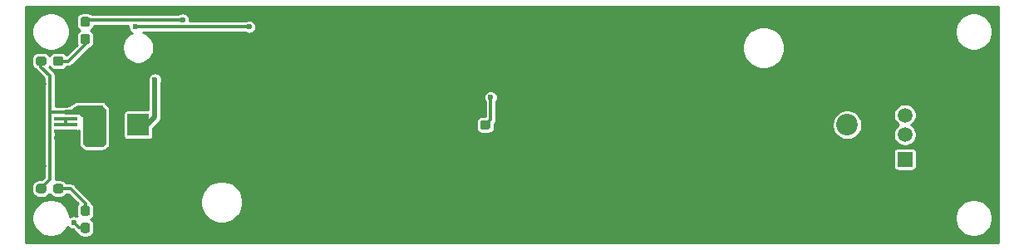
<source format=gbr>
%TF.GenerationSoftware,KiCad,Pcbnew,(5.1.6)-1*%
%TF.CreationDate,2020-08-13T11:00:50+03:00*%
%TF.ProjectId,Rechargeable 5V power bank REV 0.53,52656368-6172-4676-9561-626c65203556,rev?*%
%TF.SameCoordinates,Original*%
%TF.FileFunction,Copper,L1,Top*%
%TF.FilePolarity,Positive*%
%FSLAX46Y46*%
G04 Gerber Fmt 4.6, Leading zero omitted, Abs format (unit mm)*
G04 Created by KiCad (PCBNEW (5.1.6)-1) date 2020-08-13 11:00:50*
%MOMM*%
%LPD*%
G01*
G04 APERTURE LIST*
%TA.AperFunction,ComponentPad*%
%ADD10C,2.200000*%
%TD*%
%TA.AperFunction,ComponentPad*%
%ADD11R,2.200000X2.200000*%
%TD*%
%TA.AperFunction,ComponentPad*%
%ADD12C,3.200000*%
%TD*%
%TA.AperFunction,ComponentPad*%
%ADD13C,1.500000*%
%TD*%
%TA.AperFunction,ComponentPad*%
%ADD14R,1.500000X1.500000*%
%TD*%
%TA.AperFunction,SMDPad,CuDef*%
%ADD15R,1.900000X1.900000*%
%TD*%
%TA.AperFunction,ComponentPad*%
%ADD16O,2.000000X1.300000*%
%TD*%
%TA.AperFunction,ComponentPad*%
%ADD17O,1.400000X1.200000*%
%TD*%
%TA.AperFunction,SMDPad,CuDef*%
%ADD18R,2.350000X0.400000*%
%TD*%
%TA.AperFunction,ViaPad*%
%ADD19C,0.600000*%
%TD*%
%TA.AperFunction,Conductor*%
%ADD20C,0.500000*%
%TD*%
%TA.AperFunction,Conductor*%
%ADD21C,0.250000*%
%TD*%
%TA.AperFunction,Conductor*%
%ADD22C,0.300000*%
%TD*%
%TA.AperFunction,Conductor*%
%ADD23C,0.254000*%
%TD*%
G04 APERTURE END LIST*
D10*
%TO.P,BAT1,-*%
%TO.N,/-VBAT*%
X154110000Y-72500000D03*
D11*
%TO.P,BAT1,+*%
%TO.N,/+VBAT*%
X81890000Y-72500000D03*
%TD*%
%TO.P,R2,2*%
%TO.N,/BLED*%
%TA.AperFunction,SMDPad,CuDef*%
G36*
G01*
X76262500Y-63225000D02*
X76737500Y-63225000D01*
G75*
G02*
X76975000Y-63462500I0J-237500D01*
G01*
X76975000Y-64037500D01*
G75*
G02*
X76737500Y-64275000I-237500J0D01*
G01*
X76262500Y-64275000D01*
G75*
G02*
X76025000Y-64037500I0J237500D01*
G01*
X76025000Y-63462500D01*
G75*
G02*
X76262500Y-63225000I237500J0D01*
G01*
G37*
%TD.AperFunction*%
%TO.P,R2,1*%
%TO.N,/~PG*%
%TA.AperFunction,SMDPad,CuDef*%
G36*
G01*
X76262500Y-61475000D02*
X76737500Y-61475000D01*
G75*
G02*
X76975000Y-61712500I0J-237500D01*
G01*
X76975000Y-62287500D01*
G75*
G02*
X76737500Y-62525000I-237500J0D01*
G01*
X76262500Y-62525000D01*
G75*
G02*
X76025000Y-62287500I0J237500D01*
G01*
X76025000Y-61712500D01*
G75*
G02*
X76262500Y-61475000I237500J0D01*
G01*
G37*
%TD.AperFunction*%
%TD*%
%TO.P,R1,2*%
%TO.N,/GLED*%
%TA.AperFunction,SMDPad,CuDef*%
G36*
G01*
X76737500Y-81775000D02*
X76262500Y-81775000D01*
G75*
G02*
X76025000Y-81537500I0J237500D01*
G01*
X76025000Y-80962500D01*
G75*
G02*
X76262500Y-80725000I237500J0D01*
G01*
X76737500Y-80725000D01*
G75*
G02*
X76975000Y-80962500I0J-237500D01*
G01*
X76975000Y-81537500D01*
G75*
G02*
X76737500Y-81775000I-237500J0D01*
G01*
G37*
%TD.AperFunction*%
%TO.P,R1,1*%
%TO.N,/~CHG*%
%TA.AperFunction,SMDPad,CuDef*%
G36*
G01*
X76737500Y-83525000D02*
X76262500Y-83525000D01*
G75*
G02*
X76025000Y-83287500I0J237500D01*
G01*
X76025000Y-82712500D01*
G75*
G02*
X76262500Y-82475000I237500J0D01*
G01*
X76737500Y-82475000D01*
G75*
G02*
X76975000Y-82712500I0J-237500D01*
G01*
X76975000Y-83287500D01*
G75*
G02*
X76737500Y-83525000I-237500J0D01*
G01*
G37*
%TD.AperFunction*%
%TD*%
%TO.P,NTC1,2*%
%TO.N,GND*%
%TA.AperFunction,SMDPad,CuDef*%
G36*
G01*
X118475000Y-72737500D02*
X118475000Y-72262500D01*
G75*
G02*
X118712500Y-72025000I237500J0D01*
G01*
X119287500Y-72025000D01*
G75*
G02*
X119525000Y-72262500I0J-237500D01*
G01*
X119525000Y-72737500D01*
G75*
G02*
X119287500Y-72975000I-237500J0D01*
G01*
X118712500Y-72975000D01*
G75*
G02*
X118475000Y-72737500I0J237500D01*
G01*
G37*
%TD.AperFunction*%
%TO.P,NTC1,1*%
%TO.N,/NTC*%
%TA.AperFunction,SMDPad,CuDef*%
G36*
G01*
X116725000Y-72737500D02*
X116725000Y-72262500D01*
G75*
G02*
X116962500Y-72025000I237500J0D01*
G01*
X117537500Y-72025000D01*
G75*
G02*
X117775000Y-72262500I0J-237500D01*
G01*
X117775000Y-72737500D01*
G75*
G02*
X117537500Y-72975000I-237500J0D01*
G01*
X116962500Y-72975000D01*
G75*
G02*
X116725000Y-72737500I0J237500D01*
G01*
G37*
%TD.AperFunction*%
%TD*%
D12*
%TO.P,J2,6*%
%TO.N,GND*%
X162710000Y-65930000D03*
%TO.P,J2,5*%
X162710000Y-79070000D03*
D13*
%TO.P,J2,4*%
X160000000Y-69000000D03*
%TO.P,J2,3*%
%TO.N,Net-(J2-Pad3)*%
X160000000Y-71500000D03*
%TO.P,J2,2*%
%TO.N,Net-(J2-Pad2)*%
X160000000Y-73500000D03*
D14*
%TO.P,J2,1*%
%TO.N,VOUT*%
X160000000Y-76000000D03*
%TD*%
D15*
%TO.P,J1,9*%
%TO.N,GND*%
X71500000Y-71300000D03*
%TO.P,J1,10*%
X71500000Y-73700000D03*
D16*
%TO.P,J1,8*%
X71500000Y-68300000D03*
%TO.P,J1,11*%
X71500000Y-76700000D03*
D17*
%TO.P,J1,7*%
X74500000Y-74850000D03*
%TO.P,J1,6*%
X74500000Y-70150000D03*
D18*
%TO.P,J1,1*%
%TO.N,VBUS*%
X74500000Y-71200000D03*
%TO.P,J1,2*%
%TO.N,Net-(J1-Pad2)*%
X74500000Y-71850000D03*
%TO.P,J1,3*%
X74500000Y-72500000D03*
%TO.P,J1,4*%
%TO.N,GND*%
X74500000Y-73150000D03*
%TO.P,J1,5*%
X74500000Y-73800000D03*
%TD*%
%TO.P,DS2,K*%
%TO.N,/GLED*%
%TA.AperFunction,SMDPad,CuDef*%
G36*
G01*
X74275000Y-78762500D02*
X74275000Y-79237500D01*
G75*
G02*
X74037500Y-79475000I-237500J0D01*
G01*
X73462500Y-79475000D01*
G75*
G02*
X73225000Y-79237500I0J237500D01*
G01*
X73225000Y-78762500D01*
G75*
G02*
X73462500Y-78525000I237500J0D01*
G01*
X74037500Y-78525000D01*
G75*
G02*
X74275000Y-78762500I0J-237500D01*
G01*
G37*
%TD.AperFunction*%
%TO.P,DS2,A*%
%TO.N,VBUS*%
%TA.AperFunction,SMDPad,CuDef*%
G36*
G01*
X72525000Y-78762500D02*
X72525000Y-79237500D01*
G75*
G02*
X72287500Y-79475000I-237500J0D01*
G01*
X71712500Y-79475000D01*
G75*
G02*
X71475000Y-79237500I0J237500D01*
G01*
X71475000Y-78762500D01*
G75*
G02*
X71712500Y-78525000I237500J0D01*
G01*
X72287500Y-78525000D01*
G75*
G02*
X72525000Y-78762500I0J-237500D01*
G01*
G37*
%TD.AperFunction*%
%TD*%
%TO.P,DS1,K*%
%TO.N,/BLED*%
%TA.AperFunction,SMDPad,CuDef*%
G36*
G01*
X74275000Y-65762500D02*
X74275000Y-66237500D01*
G75*
G02*
X74037500Y-66475000I-237500J0D01*
G01*
X73462500Y-66475000D01*
G75*
G02*
X73225000Y-66237500I0J237500D01*
G01*
X73225000Y-65762500D01*
G75*
G02*
X73462500Y-65525000I237500J0D01*
G01*
X74037500Y-65525000D01*
G75*
G02*
X74275000Y-65762500I0J-237500D01*
G01*
G37*
%TD.AperFunction*%
%TO.P,DS1,A*%
%TO.N,VBUS*%
%TA.AperFunction,SMDPad,CuDef*%
G36*
G01*
X72525000Y-65762500D02*
X72525000Y-66237500D01*
G75*
G02*
X72287500Y-66475000I-237500J0D01*
G01*
X71712500Y-66475000D01*
G75*
G02*
X71475000Y-66237500I0J237500D01*
G01*
X71475000Y-65762500D01*
G75*
G02*
X71712500Y-65525000I237500J0D01*
G01*
X72287500Y-65525000D01*
G75*
G02*
X72525000Y-65762500I0J-237500D01*
G01*
G37*
%TD.AperFunction*%
%TD*%
D19*
%TO.N,/+VBAT*%
X83600000Y-67900000D03*
%TO.N,GND*%
X144000000Y-75250000D03*
X143250000Y-75250000D03*
X142500000Y-75250000D03*
X141750000Y-74500000D03*
X142500000Y-74500000D03*
X141750000Y-75250000D03*
X142500000Y-76000000D03*
X143250000Y-76000000D03*
X144000000Y-76000000D03*
X137750000Y-72500000D03*
X95800000Y-70800000D03*
X95000000Y-70800000D03*
X94200000Y-70800000D03*
X94200000Y-71600000D03*
X95000000Y-71600000D03*
X95800000Y-71600000D03*
X95800000Y-72400000D03*
X95000000Y-72400000D03*
X94200000Y-72400000D03*
X93400000Y-71600000D03*
X93400000Y-72400000D03*
X95800000Y-70000000D03*
X95000000Y-70000000D03*
X94200000Y-70000000D03*
X94200000Y-67200000D03*
X95000000Y-67200000D03*
X95800000Y-67200000D03*
X96000000Y-66400000D03*
X95200000Y-66400000D03*
X94400000Y-66400000D03*
X93600000Y-66400000D03*
X96800000Y-66400000D03*
X97600000Y-66400000D03*
X97600000Y-65600000D03*
X96800000Y-65600000D03*
X96000000Y-65600000D03*
X95200000Y-65600000D03*
X94400000Y-65600000D03*
X93600000Y-65600000D03*
X93600000Y-64800000D03*
X94400000Y-64800000D03*
X95200000Y-64800000D03*
X96000000Y-64800000D03*
X96800000Y-64800000D03*
X130400000Y-70400000D03*
X131300000Y-70400000D03*
X132200000Y-70400000D03*
X130400000Y-71200000D03*
X131300000Y-71200000D03*
X132200000Y-71200000D03*
X132200000Y-72000000D03*
X131300000Y-72000000D03*
X130400000Y-72000000D03*
X129400000Y-72000000D03*
X132200000Y-72800000D03*
X131300000Y-72800000D03*
X130400000Y-72800000D03*
X129400000Y-72800000D03*
X129400000Y-73600000D03*
X130400000Y-73600000D03*
X131300000Y-73600000D03*
X132200000Y-73600000D03*
X132400000Y-65400000D03*
X131600000Y-65400000D03*
X130800000Y-65400000D03*
X130800000Y-64600000D03*
X131600000Y-64600000D03*
X132400000Y-64600000D03*
X132400000Y-63800000D03*
X133200000Y-64600000D03*
X130000000Y-64600000D03*
X130800000Y-63800000D03*
X131600000Y-63800000D03*
X130000000Y-63800000D03*
X133200000Y-63800000D03*
X129200000Y-64600000D03*
X134000000Y-64600000D03*
X132400000Y-63000000D03*
X131600000Y-63000000D03*
X130800000Y-63000000D03*
X129200000Y-63800000D03*
X130000000Y-63000000D03*
X134000000Y-63800000D03*
X133200000Y-63000000D03*
X120400000Y-72300000D03*
X153400000Y-68000000D03*
X153400000Y-69800000D03*
X155200000Y-69800000D03*
X112800000Y-69800000D03*
X114400000Y-68600000D03*
X112800000Y-68600000D03*
X110200000Y-68600000D03*
X101800000Y-68600000D03*
X101400000Y-74400000D03*
X88800000Y-66600000D03*
X87600000Y-66400000D03*
X86200000Y-66400000D03*
X84800000Y-66400000D03*
X84800000Y-67400000D03*
X84800000Y-64900000D03*
X86200000Y-64900000D03*
X87600000Y-64900000D03*
X103100000Y-72000000D03*
X98800000Y-73800000D03*
X85000000Y-83400000D03*
X87000000Y-83400000D03*
X89000000Y-83400000D03*
X91000000Y-83400000D03*
X93000000Y-83400000D03*
X95000000Y-83400000D03*
X97000000Y-83400000D03*
X99000000Y-83400000D03*
X101000000Y-83400000D03*
X103000000Y-83400000D03*
X105000000Y-83400000D03*
X107000000Y-83400000D03*
X109000000Y-83400000D03*
X111000000Y-83400000D03*
X113000000Y-83400000D03*
X115000000Y-83400000D03*
X117000000Y-83400000D03*
X119000000Y-83400000D03*
X121000000Y-83400000D03*
X123000000Y-83400000D03*
X125000000Y-83400000D03*
X127000000Y-83400000D03*
X129000000Y-83400000D03*
X131000000Y-83400000D03*
X133000000Y-83400000D03*
X135000000Y-83400000D03*
X137000000Y-83400000D03*
X139000000Y-83400000D03*
X141000000Y-83400000D03*
X143000000Y-83400000D03*
X145000000Y-83400000D03*
X147000000Y-83400000D03*
X149000000Y-83400000D03*
X151000000Y-83400000D03*
X153000000Y-83400000D03*
X155000000Y-83400000D03*
X157000000Y-83400000D03*
X159000000Y-83400000D03*
X161000000Y-83400000D03*
X163000000Y-83400000D03*
X100600000Y-62400000D03*
X102600000Y-62400000D03*
X104600000Y-62400000D03*
X106600000Y-62400000D03*
X108600000Y-62400000D03*
X110600000Y-62400000D03*
X112600000Y-62400000D03*
X114600000Y-62400000D03*
X116600000Y-62400000D03*
X118600000Y-62400000D03*
X102600000Y-64400000D03*
X104600000Y-64400000D03*
X106600000Y-64400000D03*
X108600000Y-64400000D03*
X110600000Y-64400000D03*
X112600000Y-64400000D03*
X114600000Y-64400000D03*
X116600000Y-64400000D03*
X118600000Y-64400000D03*
X120600000Y-64400000D03*
X102600000Y-66400000D03*
X104600000Y-66400000D03*
X106600000Y-66400000D03*
X108600000Y-66400000D03*
X110600000Y-66400000D03*
X112600000Y-66400000D03*
X114600000Y-66400000D03*
X116600000Y-66400000D03*
X118600000Y-66400000D03*
X120600000Y-66400000D03*
X156200000Y-61400000D03*
X157600000Y-61400000D03*
X159600000Y-61400000D03*
X161600000Y-61400000D03*
X163600000Y-61400000D03*
X155600000Y-63400000D03*
X157600000Y-63400000D03*
X159600000Y-63400000D03*
X161600000Y-63400000D03*
X163600000Y-63400000D03*
X93000000Y-82200000D03*
X95000000Y-82200000D03*
X97000000Y-82200000D03*
X99000000Y-82200000D03*
X101000000Y-82200000D03*
X103000000Y-82200000D03*
X105000000Y-82200000D03*
X107000000Y-82200000D03*
X109000000Y-82200000D03*
X115000000Y-82200000D03*
X119000000Y-82200000D03*
X121000000Y-82200000D03*
X123000000Y-82200000D03*
X125000000Y-82200000D03*
X127000000Y-82200000D03*
X129000000Y-82200000D03*
X131000000Y-82200000D03*
X133000000Y-82200000D03*
X135000000Y-82200000D03*
X137000000Y-82200000D03*
X139000000Y-82200000D03*
X141000000Y-82200000D03*
X143000000Y-82200000D03*
X145000000Y-82200000D03*
X147000000Y-82200000D03*
X149000000Y-82200000D03*
X153600000Y-82200000D03*
X159000000Y-82200000D03*
X161000000Y-82200000D03*
X163000000Y-82200000D03*
X87000000Y-82200000D03*
X85000000Y-82200000D03*
X85000000Y-80800000D03*
X87000000Y-80800000D03*
X87000000Y-79400000D03*
X85000000Y-79400000D03*
X85000000Y-78000000D03*
X87000000Y-78000000D03*
X87000000Y-76600000D03*
X85000000Y-76600000D03*
X79800000Y-80800000D03*
X79800000Y-82200000D03*
X79800000Y-83400000D03*
X79800000Y-64800000D03*
X79800000Y-67000000D03*
X76800000Y-67000000D03*
X79800000Y-65800000D03*
X78800000Y-83400000D03*
X78800000Y-82200000D03*
X78800000Y-80800000D03*
X125800000Y-74800000D03*
X127400000Y-74800000D03*
X128800000Y-74800000D03*
X125800000Y-76800000D03*
X125800000Y-78800000D03*
X125800000Y-80800000D03*
X128800000Y-76800000D03*
X128800000Y-78800000D03*
X128800000Y-80800000D03*
X127400000Y-76800000D03*
X127400000Y-78800000D03*
X127400000Y-80800000D03*
X124600000Y-72000000D03*
X126200000Y-72000000D03*
X127800000Y-72000000D03*
X128800000Y-71000000D03*
X127800000Y-73200000D03*
X126200000Y-73200000D03*
X124600000Y-73200000D03*
X138400000Y-63800000D03*
X140200000Y-65400000D03*
X135200000Y-64600000D03*
X136600000Y-63800000D03*
X140200000Y-63800000D03*
X142800000Y-67600000D03*
X145200000Y-67600000D03*
X147800000Y-67600000D03*
X148600000Y-66000000D03*
X148600000Y-63800000D03*
X142600000Y-62200000D03*
X142600000Y-64200000D03*
X142600000Y-66000000D03*
X140200000Y-62200000D03*
X138400000Y-62200000D03*
X136800000Y-62200000D03*
X135200000Y-62200000D03*
X135200000Y-63400000D03*
X156800000Y-73600000D03*
X156800000Y-72000000D03*
X168000000Y-65700000D03*
X165800000Y-65700000D03*
X165800000Y-66900000D03*
X168000000Y-66900000D03*
X168000000Y-78000000D03*
X166000000Y-78000000D03*
X166000000Y-79600000D03*
X168000000Y-79600000D03*
X120400000Y-70600000D03*
X120400000Y-68400000D03*
X120400000Y-74200000D03*
X118800000Y-74200000D03*
X70800000Y-69800000D03*
X72000000Y-69800000D03*
X70800000Y-75200000D03*
X72000000Y-75200000D03*
X77800000Y-79800000D03*
X77000000Y-79000000D03*
X81200000Y-67000000D03*
X82400000Y-67000000D03*
X138400000Y-71000000D03*
X138400000Y-69600000D03*
X93500000Y-63500000D03*
X90000000Y-63700000D03*
X87600000Y-63700000D03*
X126400000Y-70700000D03*
X127100000Y-69800000D03*
X168000000Y-76900000D03*
X168000000Y-67900000D03*
X93000000Y-81100000D03*
X93000000Y-79900000D03*
X93000000Y-78700000D03*
X76800000Y-65900000D03*
X105100000Y-72000000D03*
X107100000Y-72000000D03*
X109100000Y-72000000D03*
X103100000Y-74000000D03*
X105100000Y-74000000D03*
X107100000Y-74000000D03*
X109100000Y-74000000D03*
X98800000Y-75700000D03*
X100800000Y-75700000D03*
X102800000Y-75700000D03*
%TO.N,VBUS*%
X76750000Y-72750000D03*
X76750000Y-74250000D03*
X76750000Y-73500000D03*
X76750000Y-72000000D03*
X78200000Y-73500000D03*
X77450000Y-73500000D03*
X78200000Y-74250000D03*
X77450000Y-74250000D03*
X77450000Y-72000000D03*
X78200000Y-72000000D03*
X78200000Y-72750000D03*
X77450000Y-72750000D03*
%TO.N,/NTC*%
X117800000Y-69700010D03*
%TO.N,/~CHG*%
X81600016Y-62500000D03*
X93200000Y-62500000D03*
X75334000Y-82460000D03*
%TO.N,/~PG*%
X86399998Y-61800000D03*
%TD*%
D20*
%TO.N,/+VBAT*%
X83600000Y-71700000D02*
X83600000Y-67900000D01*
X81890000Y-72500000D02*
X82800000Y-72500000D01*
X82800000Y-72500000D02*
X83600000Y-71700000D01*
D21*
%TO.N,GND*%
X119000000Y-72500000D02*
X120200000Y-72500000D01*
X120200000Y-72500000D02*
X120400000Y-72300000D01*
X71500000Y-70300000D02*
X72000000Y-69800000D01*
X71500000Y-71300000D02*
X71500000Y-70300000D01*
X71500000Y-71300000D02*
X71500000Y-73700000D01*
X71500000Y-74700000D02*
X72000000Y-75200000D01*
X71500000Y-73700000D02*
X71500000Y-74700000D01*
D20*
%TO.N,VBUS*%
X74500000Y-71200000D02*
X76400000Y-71200000D01*
D22*
X73000000Y-71200000D02*
X74500000Y-71200000D01*
X72900000Y-71100000D02*
X73000000Y-71200000D01*
X72900000Y-67500000D02*
X72900000Y-71100000D01*
X72000000Y-66000000D02*
X72000000Y-66600000D01*
X72000000Y-66600000D02*
X72900000Y-67500000D01*
X72900000Y-78100000D02*
X72900000Y-71100000D01*
X72000000Y-79000000D02*
X72900000Y-78100000D01*
%TO.N,/BLED*%
X74800000Y-66000000D02*
X73750000Y-66000000D01*
X76500000Y-63750000D02*
X76500000Y-64300000D01*
X76500000Y-64300000D02*
X74800000Y-66000000D01*
%TO.N,/GLED*%
X75000000Y-79000000D02*
X73750000Y-79000000D01*
X76500000Y-81250000D02*
X76500000Y-80500000D01*
X76500000Y-80500000D02*
X75000000Y-79000000D01*
%TO.N,Net-(J1-Pad2)*%
X74500000Y-72500000D02*
X74500000Y-71850000D01*
%TO.N,/NTC*%
X117800000Y-71950000D02*
X117800000Y-69700010D01*
X117250000Y-72500000D02*
X117800000Y-71950000D01*
%TO.N,/~CHG*%
X81600016Y-62500000D02*
X93200000Y-62500000D01*
X76500000Y-83000000D02*
X75874000Y-83000000D01*
X75874000Y-83000000D02*
X75334000Y-82460000D01*
%TO.N,/~PG*%
X76400000Y-62250000D02*
X76500000Y-62150000D01*
X76500000Y-62150000D02*
X76500000Y-62000000D01*
X76500000Y-62000000D02*
X76700000Y-61800000D01*
X76700000Y-61800000D02*
X86399998Y-61800000D01*
%TD*%
D23*
%TO.N,VBUS*%
G36*
X78473000Y-71040033D02*
G01*
X78473000Y-74434644D01*
X78209301Y-74623000D01*
X76640699Y-74623000D01*
X76377000Y-74434644D01*
X76377000Y-71750000D01*
X76374560Y-71725224D01*
X76367333Y-71701399D01*
X76355597Y-71679443D01*
X76339803Y-71660197D01*
X76327970Y-71649752D01*
X76038835Y-71424869D01*
X76031755Y-71411624D01*
X75978395Y-71346605D01*
X75913376Y-71293245D01*
X75839196Y-71253595D01*
X75758707Y-71229178D01*
X75675000Y-71220934D01*
X74827000Y-71220934D01*
X74827000Y-71173701D01*
X74899175Y-71132458D01*
X74994917Y-71103415D01*
X75173331Y-71008051D01*
X75302731Y-70901855D01*
X75783727Y-70627000D01*
X78183877Y-70627000D01*
X78473000Y-71040033D01*
G37*
X78473000Y-71040033D02*
X78473000Y-74434644D01*
X78209301Y-74623000D01*
X76640699Y-74623000D01*
X76377000Y-74434644D01*
X76377000Y-71750000D01*
X76374560Y-71725224D01*
X76367333Y-71701399D01*
X76355597Y-71679443D01*
X76339803Y-71660197D01*
X76327970Y-71649752D01*
X76038835Y-71424869D01*
X76031755Y-71411624D01*
X75978395Y-71346605D01*
X75913376Y-71293245D01*
X75839196Y-71253595D01*
X75758707Y-71229178D01*
X75675000Y-71220934D01*
X74827000Y-71220934D01*
X74827000Y-71173701D01*
X74899175Y-71132458D01*
X74994917Y-71103415D01*
X75173331Y-71008051D01*
X75302731Y-70901855D01*
X75783727Y-70627000D01*
X78183877Y-70627000D01*
X78473000Y-71040033D01*
%TO.N,GND*%
G36*
X169523001Y-84523000D02*
G01*
X70477000Y-84523000D01*
X70477000Y-65762500D01*
X71045934Y-65762500D01*
X71045934Y-66237500D01*
X71058742Y-66367541D01*
X71096673Y-66492584D01*
X71158271Y-66607824D01*
X71241167Y-66708833D01*
X71342176Y-66791729D01*
X71457416Y-66853327D01*
X71485748Y-66861921D01*
X71517922Y-66922115D01*
X71548840Y-66959788D01*
X71571963Y-66987964D01*
X71571966Y-66987967D01*
X71590027Y-67009974D01*
X71612033Y-67028034D01*
X72323000Y-67739002D01*
X72323001Y-71071659D01*
X72320210Y-71100000D01*
X72323001Y-71128341D01*
X72323000Y-77860998D01*
X72088064Y-78095934D01*
X71712500Y-78095934D01*
X71582459Y-78108742D01*
X71457416Y-78146673D01*
X71342176Y-78208271D01*
X71241167Y-78291167D01*
X71158271Y-78392176D01*
X71096673Y-78507416D01*
X71058742Y-78632459D01*
X71045934Y-78762500D01*
X71045934Y-79237500D01*
X71058742Y-79367541D01*
X71096673Y-79492584D01*
X71158271Y-79607824D01*
X71241167Y-79708833D01*
X71342176Y-79791729D01*
X71457416Y-79853327D01*
X71582459Y-79891258D01*
X71712500Y-79904066D01*
X72287500Y-79904066D01*
X72417541Y-79891258D01*
X72542584Y-79853327D01*
X72657824Y-79791729D01*
X72758833Y-79708833D01*
X72841729Y-79607824D01*
X72875000Y-79545579D01*
X72908271Y-79607824D01*
X72991167Y-79708833D01*
X73092176Y-79791729D01*
X73207416Y-79853327D01*
X73332459Y-79891258D01*
X73462500Y-79904066D01*
X74037500Y-79904066D01*
X74167541Y-79891258D01*
X74292584Y-79853327D01*
X74407824Y-79791729D01*
X74508833Y-79708833D01*
X74591729Y-79607824D01*
X74608205Y-79577000D01*
X74760999Y-79577000D01*
X75738879Y-80554880D01*
X75708271Y-80592176D01*
X75646673Y-80707416D01*
X75608742Y-80832459D01*
X75595934Y-80962500D01*
X75595934Y-81537500D01*
X75608742Y-81667541D01*
X75646673Y-81792584D01*
X75653559Y-81805466D01*
X75546058Y-81760938D01*
X75405603Y-81733000D01*
X75262397Y-81733000D01*
X75121942Y-81760938D01*
X74989636Y-81815741D01*
X74927000Y-81857593D01*
X74927000Y-81810207D01*
X74852947Y-81437915D01*
X74707685Y-81087223D01*
X74496799Y-80771609D01*
X74228391Y-80503201D01*
X73912777Y-80292315D01*
X73562085Y-80147053D01*
X73189793Y-80073000D01*
X72810207Y-80073000D01*
X72437915Y-80147053D01*
X72087223Y-80292315D01*
X71771609Y-80503201D01*
X71503201Y-80771609D01*
X71292315Y-81087223D01*
X71147053Y-81437915D01*
X71073000Y-81810207D01*
X71073000Y-82189793D01*
X71147053Y-82562085D01*
X71292315Y-82912777D01*
X71503201Y-83228391D01*
X71771609Y-83496799D01*
X72087223Y-83707685D01*
X72437915Y-83852947D01*
X72810207Y-83927000D01*
X73189793Y-83927000D01*
X73562085Y-83852947D01*
X73912777Y-83707685D01*
X74228391Y-83496799D01*
X74496799Y-83228391D01*
X74707685Y-82912777D01*
X74728539Y-82862430D01*
X74769302Y-82923436D01*
X74870564Y-83024698D01*
X74989636Y-83104259D01*
X75121942Y-83159062D01*
X75240679Y-83182680D01*
X75445961Y-83387962D01*
X75464026Y-83409974D01*
X75551885Y-83482079D01*
X75643110Y-83530839D01*
X75646673Y-83542584D01*
X75708271Y-83657824D01*
X75791167Y-83758833D01*
X75892176Y-83841729D01*
X76007416Y-83903327D01*
X76132459Y-83941258D01*
X76262500Y-83954066D01*
X76737500Y-83954066D01*
X76867541Y-83941258D01*
X76992584Y-83903327D01*
X77107824Y-83841729D01*
X77208833Y-83758833D01*
X77291729Y-83657824D01*
X77353327Y-83542584D01*
X77391258Y-83417541D01*
X77404066Y-83287500D01*
X77404066Y-82712500D01*
X77391258Y-82582459D01*
X77353327Y-82457416D01*
X77291729Y-82342176D01*
X77208833Y-82241167D01*
X77107824Y-82158271D01*
X77045579Y-82125000D01*
X77107824Y-82091729D01*
X77208833Y-82008833D01*
X77291729Y-81907824D01*
X77353327Y-81792584D01*
X77391258Y-81667541D01*
X77404066Y-81537500D01*
X77404066Y-80962500D01*
X77391258Y-80832459D01*
X77353327Y-80707416D01*
X77291729Y-80592176D01*
X77208833Y-80491167D01*
X77107824Y-80408271D01*
X77068696Y-80387356D01*
X77068650Y-80386888D01*
X77035657Y-80278124D01*
X76982079Y-80177885D01*
X76963777Y-80155584D01*
X88223000Y-80155584D01*
X88223000Y-80584416D01*
X88306660Y-81005008D01*
X88470767Y-81401196D01*
X88709013Y-81757757D01*
X89012243Y-82060987D01*
X89368804Y-82299233D01*
X89764992Y-82463340D01*
X90185584Y-82547000D01*
X90614416Y-82547000D01*
X91035008Y-82463340D01*
X91431196Y-82299233D01*
X91787757Y-82060987D01*
X92038537Y-81810207D01*
X165073000Y-81810207D01*
X165073000Y-82189793D01*
X165147053Y-82562085D01*
X165292315Y-82912777D01*
X165503201Y-83228391D01*
X165771609Y-83496799D01*
X166087223Y-83707685D01*
X166437915Y-83852947D01*
X166810207Y-83927000D01*
X167189793Y-83927000D01*
X167562085Y-83852947D01*
X167912777Y-83707685D01*
X168228391Y-83496799D01*
X168496799Y-83228391D01*
X168707685Y-82912777D01*
X168852947Y-82562085D01*
X168927000Y-82189793D01*
X168927000Y-81810207D01*
X168852947Y-81437915D01*
X168707685Y-81087223D01*
X168496799Y-80771609D01*
X168228391Y-80503201D01*
X167912777Y-80292315D01*
X167562085Y-80147053D01*
X167189793Y-80073000D01*
X166810207Y-80073000D01*
X166437915Y-80147053D01*
X166087223Y-80292315D01*
X165771609Y-80503201D01*
X165503201Y-80771609D01*
X165292315Y-81087223D01*
X165147053Y-81437915D01*
X165073000Y-81810207D01*
X92038537Y-81810207D01*
X92090987Y-81757757D01*
X92329233Y-81401196D01*
X92493340Y-81005008D01*
X92577000Y-80584416D01*
X92577000Y-80155584D01*
X92493340Y-79734992D01*
X92329233Y-79338804D01*
X92090987Y-78982243D01*
X91787757Y-78679013D01*
X91431196Y-78440767D01*
X91035008Y-78276660D01*
X90614416Y-78193000D01*
X90185584Y-78193000D01*
X89764992Y-78276660D01*
X89368804Y-78440767D01*
X89012243Y-78679013D01*
X88709013Y-78982243D01*
X88470767Y-79338804D01*
X88306660Y-79734992D01*
X88223000Y-80155584D01*
X76963777Y-80155584D01*
X76909974Y-80090026D01*
X76887962Y-80071961D01*
X75428037Y-78612036D01*
X75409974Y-78590026D01*
X75322115Y-78517921D01*
X75221876Y-78464343D01*
X75157770Y-78444897D01*
X75113111Y-78431349D01*
X75058045Y-78425926D01*
X75028336Y-78423000D01*
X75028331Y-78423000D01*
X75000000Y-78420210D01*
X74971669Y-78423000D01*
X74608205Y-78423000D01*
X74591729Y-78392176D01*
X74508833Y-78291167D01*
X74407824Y-78208271D01*
X74292584Y-78146673D01*
X74167541Y-78108742D01*
X74037500Y-78095934D01*
X73479389Y-78095934D01*
X73477000Y-78071672D01*
X73477000Y-75250000D01*
X158820934Y-75250000D01*
X158820934Y-76750000D01*
X158829178Y-76833707D01*
X158853595Y-76914196D01*
X158893245Y-76988376D01*
X158946605Y-77053395D01*
X159011624Y-77106755D01*
X159085804Y-77146405D01*
X159166293Y-77170822D01*
X159250000Y-77179066D01*
X160750000Y-77179066D01*
X160833707Y-77170822D01*
X160914196Y-77146405D01*
X160988376Y-77106755D01*
X161053395Y-77053395D01*
X161106755Y-76988376D01*
X161146405Y-76914196D01*
X161170822Y-76833707D01*
X161179066Y-76750000D01*
X161179066Y-75250000D01*
X161170822Y-75166293D01*
X161146405Y-75085804D01*
X161106755Y-75011624D01*
X161053395Y-74946605D01*
X160988376Y-74893245D01*
X160914196Y-74853595D01*
X160833707Y-74829178D01*
X160750000Y-74820934D01*
X159250000Y-74820934D01*
X159166293Y-74829178D01*
X159085804Y-74853595D01*
X159011624Y-74893245D01*
X158946605Y-74946605D01*
X158893245Y-75011624D01*
X158853595Y-75085804D01*
X158829178Y-75166293D01*
X158820934Y-75250000D01*
X73477000Y-75250000D01*
X73477000Y-73129066D01*
X75675000Y-73129066D01*
X75758707Y-73120822D01*
X75823000Y-73101318D01*
X75823000Y-74500000D01*
X75828810Y-74570198D01*
X75850598Y-74651020D01*
X75887735Y-74726037D01*
X75938793Y-74792369D01*
X76001811Y-74847464D01*
X76351811Y-75097464D01*
X76436594Y-75144497D01*
X76516696Y-75168795D01*
X76600000Y-75177000D01*
X78250000Y-75177000D01*
X78346328Y-75165993D01*
X78425633Y-75139207D01*
X78498189Y-75097464D01*
X78848189Y-74847464D01*
X78901935Y-74801935D01*
X78955038Y-74737228D01*
X78994497Y-74663406D01*
X79018795Y-74583304D01*
X79027000Y-74500000D01*
X79027000Y-71400000D01*
X80360934Y-71400000D01*
X80360934Y-73600000D01*
X80369178Y-73683707D01*
X80393595Y-73764196D01*
X80433245Y-73838376D01*
X80486605Y-73903395D01*
X80551624Y-73956755D01*
X80625804Y-73996405D01*
X80706293Y-74020822D01*
X80790000Y-74029066D01*
X82990000Y-74029066D01*
X83073707Y-74020822D01*
X83154196Y-73996405D01*
X83228376Y-73956755D01*
X83293395Y-73903395D01*
X83346755Y-73838376D01*
X83386405Y-73764196D01*
X83410822Y-73683707D01*
X83419066Y-73600000D01*
X83419066Y-72838356D01*
X83994922Y-72262500D01*
X116295934Y-72262500D01*
X116295934Y-72737500D01*
X116308742Y-72867541D01*
X116346673Y-72992584D01*
X116408271Y-73107824D01*
X116491167Y-73208833D01*
X116592176Y-73291729D01*
X116707416Y-73353327D01*
X116832459Y-73391258D01*
X116962500Y-73404066D01*
X117537500Y-73404066D01*
X117667541Y-73391258D01*
X117792584Y-73353327D01*
X117907824Y-73291729D01*
X118008833Y-73208833D01*
X118091729Y-73107824D01*
X118153327Y-72992584D01*
X118191258Y-72867541D01*
X118204066Y-72737500D01*
X118204066Y-72364823D01*
X118209974Y-72359974D01*
X118218484Y-72349604D01*
X152583000Y-72349604D01*
X152583000Y-72650396D01*
X152641681Y-72945410D01*
X152756790Y-73223306D01*
X152923901Y-73473406D01*
X153136594Y-73686099D01*
X153386694Y-73853210D01*
X153664590Y-73968319D01*
X153959604Y-74027000D01*
X154260396Y-74027000D01*
X154555410Y-73968319D01*
X154833306Y-73853210D01*
X155083406Y-73686099D01*
X155296099Y-73473406D01*
X155463210Y-73223306D01*
X155578319Y-72945410D01*
X155637000Y-72650396D01*
X155637000Y-72349604D01*
X155578319Y-72054590D01*
X155463210Y-71776694D01*
X155296099Y-71526594D01*
X155153581Y-71384076D01*
X158823000Y-71384076D01*
X158823000Y-71615924D01*
X158868231Y-71843318D01*
X158956956Y-72057519D01*
X159085764Y-72250294D01*
X159249706Y-72414236D01*
X159378061Y-72500000D01*
X159249706Y-72585764D01*
X159085764Y-72749706D01*
X158956956Y-72942481D01*
X158868231Y-73156682D01*
X158823000Y-73384076D01*
X158823000Y-73615924D01*
X158868231Y-73843318D01*
X158956956Y-74057519D01*
X159085764Y-74250294D01*
X159249706Y-74414236D01*
X159442481Y-74543044D01*
X159656682Y-74631769D01*
X159884076Y-74677000D01*
X160115924Y-74677000D01*
X160343318Y-74631769D01*
X160557519Y-74543044D01*
X160750294Y-74414236D01*
X160914236Y-74250294D01*
X161043044Y-74057519D01*
X161131769Y-73843318D01*
X161177000Y-73615924D01*
X161177000Y-73384076D01*
X161131769Y-73156682D01*
X161043044Y-72942481D01*
X160914236Y-72749706D01*
X160750294Y-72585764D01*
X160621939Y-72500000D01*
X160750294Y-72414236D01*
X160914236Y-72250294D01*
X161043044Y-72057519D01*
X161131769Y-71843318D01*
X161177000Y-71615924D01*
X161177000Y-71384076D01*
X161131769Y-71156682D01*
X161043044Y-70942481D01*
X160914236Y-70749706D01*
X160750294Y-70585764D01*
X160557519Y-70456956D01*
X160343318Y-70368231D01*
X160115924Y-70323000D01*
X159884076Y-70323000D01*
X159656682Y-70368231D01*
X159442481Y-70456956D01*
X159249706Y-70585764D01*
X159085764Y-70749706D01*
X158956956Y-70942481D01*
X158868231Y-71156682D01*
X158823000Y-71384076D01*
X155153581Y-71384076D01*
X155083406Y-71313901D01*
X154833306Y-71146790D01*
X154555410Y-71031681D01*
X154260396Y-70973000D01*
X153959604Y-70973000D01*
X153664590Y-71031681D01*
X153386694Y-71146790D01*
X153136594Y-71313901D01*
X152923901Y-71526594D01*
X152756790Y-71776694D01*
X152641681Y-72054590D01*
X152583000Y-72349604D01*
X118218484Y-72349604D01*
X118282079Y-72272115D01*
X118335657Y-72171876D01*
X118368650Y-72063112D01*
X118377000Y-71978336D01*
X118377000Y-71978330D01*
X118379790Y-71950001D01*
X118377000Y-71921672D01*
X118377000Y-70145035D01*
X118444259Y-70044374D01*
X118499062Y-69912068D01*
X118527000Y-69771613D01*
X118527000Y-69628407D01*
X118499062Y-69487952D01*
X118444259Y-69355646D01*
X118364698Y-69236574D01*
X118263436Y-69135312D01*
X118144364Y-69055751D01*
X118012058Y-69000948D01*
X117871603Y-68973010D01*
X117728397Y-68973010D01*
X117587942Y-69000948D01*
X117455636Y-69055751D01*
X117336564Y-69135312D01*
X117235302Y-69236574D01*
X117155741Y-69355646D01*
X117100938Y-69487952D01*
X117073000Y-69628407D01*
X117073000Y-69771613D01*
X117100938Y-69912068D01*
X117155741Y-70044374D01*
X117223001Y-70145036D01*
X117223000Y-71595934D01*
X116962500Y-71595934D01*
X116832459Y-71608742D01*
X116707416Y-71646673D01*
X116592176Y-71708271D01*
X116491167Y-71791167D01*
X116408271Y-71892176D01*
X116346673Y-72007416D01*
X116308742Y-72132459D01*
X116295934Y-72262500D01*
X83994922Y-72262500D01*
X84055205Y-72202218D01*
X84081026Y-72181027D01*
X84102218Y-72155205D01*
X84102224Y-72155199D01*
X84165628Y-72077941D01*
X84228492Y-71960330D01*
X84267204Y-71832715D01*
X84280275Y-71700000D01*
X84277000Y-71666748D01*
X84277000Y-68165320D01*
X84299062Y-68112058D01*
X84327000Y-67971603D01*
X84327000Y-67828397D01*
X84299062Y-67687942D01*
X84244259Y-67555636D01*
X84164698Y-67436564D01*
X84063436Y-67335302D01*
X83944364Y-67255741D01*
X83812058Y-67200938D01*
X83671603Y-67173000D01*
X83528397Y-67173000D01*
X83387942Y-67200938D01*
X83255636Y-67255741D01*
X83136564Y-67335302D01*
X83035302Y-67436564D01*
X82955741Y-67555636D01*
X82900938Y-67687942D01*
X82873000Y-67828397D01*
X82873000Y-67971603D01*
X82900938Y-68112058D01*
X82923001Y-68165323D01*
X82923000Y-70970934D01*
X80790000Y-70970934D01*
X80706293Y-70979178D01*
X80625804Y-71003595D01*
X80551624Y-71043245D01*
X80486605Y-71096605D01*
X80433245Y-71161624D01*
X80393595Y-71235804D01*
X80369178Y-71316293D01*
X80360934Y-71400000D01*
X79027000Y-71400000D01*
X79027000Y-71000000D01*
X79016891Y-70907638D01*
X78990862Y-70828082D01*
X78949812Y-70755132D01*
X78599812Y-70255132D01*
X78551935Y-70198065D01*
X78487228Y-70144962D01*
X78413406Y-70105503D01*
X78333304Y-70081205D01*
X78250000Y-70073000D01*
X75750000Y-70073000D01*
X75696151Y-70076409D01*
X75614547Y-70095054D01*
X75538149Y-70129260D01*
X74849104Y-70523000D01*
X74466748Y-70523000D01*
X74367285Y-70532796D01*
X74241562Y-70570934D01*
X73477000Y-70570934D01*
X73477000Y-67528328D01*
X73479790Y-67499999D01*
X73477000Y-67471670D01*
X73477000Y-67471664D01*
X73468650Y-67386888D01*
X73435657Y-67278124D01*
X73382079Y-67177885D01*
X73309974Y-67090026D01*
X73287968Y-67071966D01*
X72833659Y-66617657D01*
X72841729Y-66607824D01*
X72875000Y-66545579D01*
X72908271Y-66607824D01*
X72991167Y-66708833D01*
X73092176Y-66791729D01*
X73207416Y-66853327D01*
X73332459Y-66891258D01*
X73462500Y-66904066D01*
X74037500Y-66904066D01*
X74167541Y-66891258D01*
X74292584Y-66853327D01*
X74407824Y-66791729D01*
X74508833Y-66708833D01*
X74591729Y-66607824D01*
X74608205Y-66577000D01*
X74771669Y-66577000D01*
X74800000Y-66579790D01*
X74828331Y-66577000D01*
X74828336Y-66577000D01*
X74858045Y-66574074D01*
X74913111Y-66568651D01*
X74957770Y-66555103D01*
X75021876Y-66535657D01*
X75122115Y-66482079D01*
X75209974Y-66409974D01*
X75228039Y-66387962D01*
X76887967Y-64728035D01*
X76909974Y-64709974D01*
X76944491Y-64667916D01*
X76992584Y-64653327D01*
X77107824Y-64591729D01*
X77208833Y-64508833D01*
X77291729Y-64407824D01*
X77353327Y-64292584D01*
X77391258Y-64167541D01*
X77404066Y-64037500D01*
X77404066Y-63462500D01*
X77391258Y-63332459D01*
X77353327Y-63207416D01*
X77291729Y-63092176D01*
X77208833Y-62991167D01*
X77107824Y-62908271D01*
X77045579Y-62875000D01*
X77107824Y-62841729D01*
X77208833Y-62758833D01*
X77291729Y-62657824D01*
X77353327Y-62542584D01*
X77391258Y-62417541D01*
X77395251Y-62377000D01*
X80883239Y-62377000D01*
X80873016Y-62428397D01*
X80873016Y-62571603D01*
X80900954Y-62712058D01*
X80955757Y-62844364D01*
X81035318Y-62963436D01*
X81136580Y-63064698D01*
X81244053Y-63136509D01*
X81119327Y-63188172D01*
X80852848Y-63366227D01*
X80626227Y-63592848D01*
X80448172Y-63859327D01*
X80325525Y-64155422D01*
X80263000Y-64469755D01*
X80263000Y-64790245D01*
X80325525Y-65104578D01*
X80448172Y-65400673D01*
X80626227Y-65667152D01*
X80852848Y-65893773D01*
X81119327Y-66071828D01*
X81415422Y-66194475D01*
X81729755Y-66257000D01*
X82050245Y-66257000D01*
X82364578Y-66194475D01*
X82660673Y-66071828D01*
X82927152Y-65893773D01*
X83153773Y-65667152D01*
X83331828Y-65400673D01*
X83454475Y-65104578D01*
X83517000Y-64790245D01*
X83517000Y-64469755D01*
X83506225Y-64415584D01*
X143423000Y-64415584D01*
X143423000Y-64844416D01*
X143506660Y-65265008D01*
X143670767Y-65661196D01*
X143909013Y-66017757D01*
X144212243Y-66320987D01*
X144568804Y-66559233D01*
X144964992Y-66723340D01*
X145385584Y-66807000D01*
X145814416Y-66807000D01*
X146235008Y-66723340D01*
X146631196Y-66559233D01*
X146987757Y-66320987D01*
X147290987Y-66017757D01*
X147529233Y-65661196D01*
X147693340Y-65265008D01*
X147777000Y-64844416D01*
X147777000Y-64415584D01*
X147693340Y-63994992D01*
X147529233Y-63598804D01*
X147290987Y-63242243D01*
X146987757Y-62939013D01*
X146794985Y-62810207D01*
X165073000Y-62810207D01*
X165073000Y-63189793D01*
X165147053Y-63562085D01*
X165292315Y-63912777D01*
X165503201Y-64228391D01*
X165771609Y-64496799D01*
X166087223Y-64707685D01*
X166437915Y-64852947D01*
X166810207Y-64927000D01*
X167189793Y-64927000D01*
X167562085Y-64852947D01*
X167912777Y-64707685D01*
X168228391Y-64496799D01*
X168496799Y-64228391D01*
X168707685Y-63912777D01*
X168852947Y-63562085D01*
X168927000Y-63189793D01*
X168927000Y-62810207D01*
X168852947Y-62437915D01*
X168707685Y-62087223D01*
X168496799Y-61771609D01*
X168228391Y-61503201D01*
X167912777Y-61292315D01*
X167562085Y-61147053D01*
X167189793Y-61073000D01*
X166810207Y-61073000D01*
X166437915Y-61147053D01*
X166087223Y-61292315D01*
X165771609Y-61503201D01*
X165503201Y-61771609D01*
X165292315Y-62087223D01*
X165147053Y-62437915D01*
X165073000Y-62810207D01*
X146794985Y-62810207D01*
X146631196Y-62700767D01*
X146235008Y-62536660D01*
X145814416Y-62453000D01*
X145385584Y-62453000D01*
X144964992Y-62536660D01*
X144568804Y-62700767D01*
X144212243Y-62939013D01*
X143909013Y-63242243D01*
X143670767Y-63598804D01*
X143506660Y-63994992D01*
X143423000Y-64415584D01*
X83506225Y-64415584D01*
X83454475Y-64155422D01*
X83331828Y-63859327D01*
X83153773Y-63592848D01*
X82927152Y-63366227D01*
X82660673Y-63188172D01*
X82392281Y-63077000D01*
X92754975Y-63077000D01*
X92855636Y-63144259D01*
X92987942Y-63199062D01*
X93128397Y-63227000D01*
X93271603Y-63227000D01*
X93412058Y-63199062D01*
X93544364Y-63144259D01*
X93663436Y-63064698D01*
X93764698Y-62963436D01*
X93844259Y-62844364D01*
X93899062Y-62712058D01*
X93927000Y-62571603D01*
X93927000Y-62428397D01*
X93899062Y-62287942D01*
X93844259Y-62155636D01*
X93764698Y-62036564D01*
X93663436Y-61935302D01*
X93544364Y-61855741D01*
X93412058Y-61800938D01*
X93271603Y-61773000D01*
X93128397Y-61773000D01*
X92987942Y-61800938D01*
X92855636Y-61855741D01*
X92754975Y-61923000D01*
X87116775Y-61923000D01*
X87126998Y-61871603D01*
X87126998Y-61728397D01*
X87099060Y-61587942D01*
X87044257Y-61455636D01*
X86964696Y-61336564D01*
X86863434Y-61235302D01*
X86744362Y-61155741D01*
X86612056Y-61100938D01*
X86471601Y-61073000D01*
X86328395Y-61073000D01*
X86187940Y-61100938D01*
X86055634Y-61155741D01*
X85954973Y-61223000D01*
X77186696Y-61223000D01*
X77107824Y-61158271D01*
X76992584Y-61096673D01*
X76867541Y-61058742D01*
X76737500Y-61045934D01*
X76262500Y-61045934D01*
X76132459Y-61058742D01*
X76007416Y-61096673D01*
X75892176Y-61158271D01*
X75791167Y-61241167D01*
X75708271Y-61342176D01*
X75646673Y-61457416D01*
X75608742Y-61582459D01*
X75595934Y-61712500D01*
X75595934Y-62287500D01*
X75608742Y-62417541D01*
X75646673Y-62542584D01*
X75708271Y-62657824D01*
X75791167Y-62758833D01*
X75892176Y-62841729D01*
X75954421Y-62875000D01*
X75892176Y-62908271D01*
X75791167Y-62991167D01*
X75708271Y-63092176D01*
X75646673Y-63207416D01*
X75608742Y-63332459D01*
X75595934Y-63462500D01*
X75595934Y-64037500D01*
X75608742Y-64167541D01*
X75646673Y-64292584D01*
X75662258Y-64321741D01*
X74591762Y-65392237D01*
X74591729Y-65392176D01*
X74508833Y-65291167D01*
X74407824Y-65208271D01*
X74292584Y-65146673D01*
X74167541Y-65108742D01*
X74037500Y-65095934D01*
X73462500Y-65095934D01*
X73332459Y-65108742D01*
X73207416Y-65146673D01*
X73092176Y-65208271D01*
X72991167Y-65291167D01*
X72908271Y-65392176D01*
X72875000Y-65454421D01*
X72841729Y-65392176D01*
X72758833Y-65291167D01*
X72657824Y-65208271D01*
X72542584Y-65146673D01*
X72417541Y-65108742D01*
X72287500Y-65095934D01*
X71712500Y-65095934D01*
X71582459Y-65108742D01*
X71457416Y-65146673D01*
X71342176Y-65208271D01*
X71241167Y-65291167D01*
X71158271Y-65392176D01*
X71096673Y-65507416D01*
X71058742Y-65632459D01*
X71045934Y-65762500D01*
X70477000Y-65762500D01*
X70477000Y-62810207D01*
X71073000Y-62810207D01*
X71073000Y-63189793D01*
X71147053Y-63562085D01*
X71292315Y-63912777D01*
X71503201Y-64228391D01*
X71771609Y-64496799D01*
X72087223Y-64707685D01*
X72437915Y-64852947D01*
X72810207Y-64927000D01*
X73189793Y-64927000D01*
X73562085Y-64852947D01*
X73912777Y-64707685D01*
X74228391Y-64496799D01*
X74496799Y-64228391D01*
X74707685Y-63912777D01*
X74852947Y-63562085D01*
X74927000Y-63189793D01*
X74927000Y-62810207D01*
X74852947Y-62437915D01*
X74707685Y-62087223D01*
X74496799Y-61771609D01*
X74228391Y-61503201D01*
X73912777Y-61292315D01*
X73562085Y-61147053D01*
X73189793Y-61073000D01*
X72810207Y-61073000D01*
X72437915Y-61147053D01*
X72087223Y-61292315D01*
X71771609Y-61503201D01*
X71503201Y-61771609D01*
X71292315Y-62087223D01*
X71147053Y-62437915D01*
X71073000Y-62810207D01*
X70477000Y-62810207D01*
X70477000Y-60477000D01*
X169523000Y-60477000D01*
X169523001Y-84523000D01*
G37*
X169523001Y-84523000D02*
X70477000Y-84523000D01*
X70477000Y-65762500D01*
X71045934Y-65762500D01*
X71045934Y-66237500D01*
X71058742Y-66367541D01*
X71096673Y-66492584D01*
X71158271Y-66607824D01*
X71241167Y-66708833D01*
X71342176Y-66791729D01*
X71457416Y-66853327D01*
X71485748Y-66861921D01*
X71517922Y-66922115D01*
X71548840Y-66959788D01*
X71571963Y-66987964D01*
X71571966Y-66987967D01*
X71590027Y-67009974D01*
X71612033Y-67028034D01*
X72323000Y-67739002D01*
X72323001Y-71071659D01*
X72320210Y-71100000D01*
X72323001Y-71128341D01*
X72323000Y-77860998D01*
X72088064Y-78095934D01*
X71712500Y-78095934D01*
X71582459Y-78108742D01*
X71457416Y-78146673D01*
X71342176Y-78208271D01*
X71241167Y-78291167D01*
X71158271Y-78392176D01*
X71096673Y-78507416D01*
X71058742Y-78632459D01*
X71045934Y-78762500D01*
X71045934Y-79237500D01*
X71058742Y-79367541D01*
X71096673Y-79492584D01*
X71158271Y-79607824D01*
X71241167Y-79708833D01*
X71342176Y-79791729D01*
X71457416Y-79853327D01*
X71582459Y-79891258D01*
X71712500Y-79904066D01*
X72287500Y-79904066D01*
X72417541Y-79891258D01*
X72542584Y-79853327D01*
X72657824Y-79791729D01*
X72758833Y-79708833D01*
X72841729Y-79607824D01*
X72875000Y-79545579D01*
X72908271Y-79607824D01*
X72991167Y-79708833D01*
X73092176Y-79791729D01*
X73207416Y-79853327D01*
X73332459Y-79891258D01*
X73462500Y-79904066D01*
X74037500Y-79904066D01*
X74167541Y-79891258D01*
X74292584Y-79853327D01*
X74407824Y-79791729D01*
X74508833Y-79708833D01*
X74591729Y-79607824D01*
X74608205Y-79577000D01*
X74760999Y-79577000D01*
X75738879Y-80554880D01*
X75708271Y-80592176D01*
X75646673Y-80707416D01*
X75608742Y-80832459D01*
X75595934Y-80962500D01*
X75595934Y-81537500D01*
X75608742Y-81667541D01*
X75646673Y-81792584D01*
X75653559Y-81805466D01*
X75546058Y-81760938D01*
X75405603Y-81733000D01*
X75262397Y-81733000D01*
X75121942Y-81760938D01*
X74989636Y-81815741D01*
X74927000Y-81857593D01*
X74927000Y-81810207D01*
X74852947Y-81437915D01*
X74707685Y-81087223D01*
X74496799Y-80771609D01*
X74228391Y-80503201D01*
X73912777Y-80292315D01*
X73562085Y-80147053D01*
X73189793Y-80073000D01*
X72810207Y-80073000D01*
X72437915Y-80147053D01*
X72087223Y-80292315D01*
X71771609Y-80503201D01*
X71503201Y-80771609D01*
X71292315Y-81087223D01*
X71147053Y-81437915D01*
X71073000Y-81810207D01*
X71073000Y-82189793D01*
X71147053Y-82562085D01*
X71292315Y-82912777D01*
X71503201Y-83228391D01*
X71771609Y-83496799D01*
X72087223Y-83707685D01*
X72437915Y-83852947D01*
X72810207Y-83927000D01*
X73189793Y-83927000D01*
X73562085Y-83852947D01*
X73912777Y-83707685D01*
X74228391Y-83496799D01*
X74496799Y-83228391D01*
X74707685Y-82912777D01*
X74728539Y-82862430D01*
X74769302Y-82923436D01*
X74870564Y-83024698D01*
X74989636Y-83104259D01*
X75121942Y-83159062D01*
X75240679Y-83182680D01*
X75445961Y-83387962D01*
X75464026Y-83409974D01*
X75551885Y-83482079D01*
X75643110Y-83530839D01*
X75646673Y-83542584D01*
X75708271Y-83657824D01*
X75791167Y-83758833D01*
X75892176Y-83841729D01*
X76007416Y-83903327D01*
X76132459Y-83941258D01*
X76262500Y-83954066D01*
X76737500Y-83954066D01*
X76867541Y-83941258D01*
X76992584Y-83903327D01*
X77107824Y-83841729D01*
X77208833Y-83758833D01*
X77291729Y-83657824D01*
X77353327Y-83542584D01*
X77391258Y-83417541D01*
X77404066Y-83287500D01*
X77404066Y-82712500D01*
X77391258Y-82582459D01*
X77353327Y-82457416D01*
X77291729Y-82342176D01*
X77208833Y-82241167D01*
X77107824Y-82158271D01*
X77045579Y-82125000D01*
X77107824Y-82091729D01*
X77208833Y-82008833D01*
X77291729Y-81907824D01*
X77353327Y-81792584D01*
X77391258Y-81667541D01*
X77404066Y-81537500D01*
X77404066Y-80962500D01*
X77391258Y-80832459D01*
X77353327Y-80707416D01*
X77291729Y-80592176D01*
X77208833Y-80491167D01*
X77107824Y-80408271D01*
X77068696Y-80387356D01*
X77068650Y-80386888D01*
X77035657Y-80278124D01*
X76982079Y-80177885D01*
X76963777Y-80155584D01*
X88223000Y-80155584D01*
X88223000Y-80584416D01*
X88306660Y-81005008D01*
X88470767Y-81401196D01*
X88709013Y-81757757D01*
X89012243Y-82060987D01*
X89368804Y-82299233D01*
X89764992Y-82463340D01*
X90185584Y-82547000D01*
X90614416Y-82547000D01*
X91035008Y-82463340D01*
X91431196Y-82299233D01*
X91787757Y-82060987D01*
X92038537Y-81810207D01*
X165073000Y-81810207D01*
X165073000Y-82189793D01*
X165147053Y-82562085D01*
X165292315Y-82912777D01*
X165503201Y-83228391D01*
X165771609Y-83496799D01*
X166087223Y-83707685D01*
X166437915Y-83852947D01*
X166810207Y-83927000D01*
X167189793Y-83927000D01*
X167562085Y-83852947D01*
X167912777Y-83707685D01*
X168228391Y-83496799D01*
X168496799Y-83228391D01*
X168707685Y-82912777D01*
X168852947Y-82562085D01*
X168927000Y-82189793D01*
X168927000Y-81810207D01*
X168852947Y-81437915D01*
X168707685Y-81087223D01*
X168496799Y-80771609D01*
X168228391Y-80503201D01*
X167912777Y-80292315D01*
X167562085Y-80147053D01*
X167189793Y-80073000D01*
X166810207Y-80073000D01*
X166437915Y-80147053D01*
X166087223Y-80292315D01*
X165771609Y-80503201D01*
X165503201Y-80771609D01*
X165292315Y-81087223D01*
X165147053Y-81437915D01*
X165073000Y-81810207D01*
X92038537Y-81810207D01*
X92090987Y-81757757D01*
X92329233Y-81401196D01*
X92493340Y-81005008D01*
X92577000Y-80584416D01*
X92577000Y-80155584D01*
X92493340Y-79734992D01*
X92329233Y-79338804D01*
X92090987Y-78982243D01*
X91787757Y-78679013D01*
X91431196Y-78440767D01*
X91035008Y-78276660D01*
X90614416Y-78193000D01*
X90185584Y-78193000D01*
X89764992Y-78276660D01*
X89368804Y-78440767D01*
X89012243Y-78679013D01*
X88709013Y-78982243D01*
X88470767Y-79338804D01*
X88306660Y-79734992D01*
X88223000Y-80155584D01*
X76963777Y-80155584D01*
X76909974Y-80090026D01*
X76887962Y-80071961D01*
X75428037Y-78612036D01*
X75409974Y-78590026D01*
X75322115Y-78517921D01*
X75221876Y-78464343D01*
X75157770Y-78444897D01*
X75113111Y-78431349D01*
X75058045Y-78425926D01*
X75028336Y-78423000D01*
X75028331Y-78423000D01*
X75000000Y-78420210D01*
X74971669Y-78423000D01*
X74608205Y-78423000D01*
X74591729Y-78392176D01*
X74508833Y-78291167D01*
X74407824Y-78208271D01*
X74292584Y-78146673D01*
X74167541Y-78108742D01*
X74037500Y-78095934D01*
X73479389Y-78095934D01*
X73477000Y-78071672D01*
X73477000Y-75250000D01*
X158820934Y-75250000D01*
X158820934Y-76750000D01*
X158829178Y-76833707D01*
X158853595Y-76914196D01*
X158893245Y-76988376D01*
X158946605Y-77053395D01*
X159011624Y-77106755D01*
X159085804Y-77146405D01*
X159166293Y-77170822D01*
X159250000Y-77179066D01*
X160750000Y-77179066D01*
X160833707Y-77170822D01*
X160914196Y-77146405D01*
X160988376Y-77106755D01*
X161053395Y-77053395D01*
X161106755Y-76988376D01*
X161146405Y-76914196D01*
X161170822Y-76833707D01*
X161179066Y-76750000D01*
X161179066Y-75250000D01*
X161170822Y-75166293D01*
X161146405Y-75085804D01*
X161106755Y-75011624D01*
X161053395Y-74946605D01*
X160988376Y-74893245D01*
X160914196Y-74853595D01*
X160833707Y-74829178D01*
X160750000Y-74820934D01*
X159250000Y-74820934D01*
X159166293Y-74829178D01*
X159085804Y-74853595D01*
X159011624Y-74893245D01*
X158946605Y-74946605D01*
X158893245Y-75011624D01*
X158853595Y-75085804D01*
X158829178Y-75166293D01*
X158820934Y-75250000D01*
X73477000Y-75250000D01*
X73477000Y-73129066D01*
X75675000Y-73129066D01*
X75758707Y-73120822D01*
X75823000Y-73101318D01*
X75823000Y-74500000D01*
X75828810Y-74570198D01*
X75850598Y-74651020D01*
X75887735Y-74726037D01*
X75938793Y-74792369D01*
X76001811Y-74847464D01*
X76351811Y-75097464D01*
X76436594Y-75144497D01*
X76516696Y-75168795D01*
X76600000Y-75177000D01*
X78250000Y-75177000D01*
X78346328Y-75165993D01*
X78425633Y-75139207D01*
X78498189Y-75097464D01*
X78848189Y-74847464D01*
X78901935Y-74801935D01*
X78955038Y-74737228D01*
X78994497Y-74663406D01*
X79018795Y-74583304D01*
X79027000Y-74500000D01*
X79027000Y-71400000D01*
X80360934Y-71400000D01*
X80360934Y-73600000D01*
X80369178Y-73683707D01*
X80393595Y-73764196D01*
X80433245Y-73838376D01*
X80486605Y-73903395D01*
X80551624Y-73956755D01*
X80625804Y-73996405D01*
X80706293Y-74020822D01*
X80790000Y-74029066D01*
X82990000Y-74029066D01*
X83073707Y-74020822D01*
X83154196Y-73996405D01*
X83228376Y-73956755D01*
X83293395Y-73903395D01*
X83346755Y-73838376D01*
X83386405Y-73764196D01*
X83410822Y-73683707D01*
X83419066Y-73600000D01*
X83419066Y-72838356D01*
X83994922Y-72262500D01*
X116295934Y-72262500D01*
X116295934Y-72737500D01*
X116308742Y-72867541D01*
X116346673Y-72992584D01*
X116408271Y-73107824D01*
X116491167Y-73208833D01*
X116592176Y-73291729D01*
X116707416Y-73353327D01*
X116832459Y-73391258D01*
X116962500Y-73404066D01*
X117537500Y-73404066D01*
X117667541Y-73391258D01*
X117792584Y-73353327D01*
X117907824Y-73291729D01*
X118008833Y-73208833D01*
X118091729Y-73107824D01*
X118153327Y-72992584D01*
X118191258Y-72867541D01*
X118204066Y-72737500D01*
X118204066Y-72364823D01*
X118209974Y-72359974D01*
X118218484Y-72349604D01*
X152583000Y-72349604D01*
X152583000Y-72650396D01*
X152641681Y-72945410D01*
X152756790Y-73223306D01*
X152923901Y-73473406D01*
X153136594Y-73686099D01*
X153386694Y-73853210D01*
X153664590Y-73968319D01*
X153959604Y-74027000D01*
X154260396Y-74027000D01*
X154555410Y-73968319D01*
X154833306Y-73853210D01*
X155083406Y-73686099D01*
X155296099Y-73473406D01*
X155463210Y-73223306D01*
X155578319Y-72945410D01*
X155637000Y-72650396D01*
X155637000Y-72349604D01*
X155578319Y-72054590D01*
X155463210Y-71776694D01*
X155296099Y-71526594D01*
X155153581Y-71384076D01*
X158823000Y-71384076D01*
X158823000Y-71615924D01*
X158868231Y-71843318D01*
X158956956Y-72057519D01*
X159085764Y-72250294D01*
X159249706Y-72414236D01*
X159378061Y-72500000D01*
X159249706Y-72585764D01*
X159085764Y-72749706D01*
X158956956Y-72942481D01*
X158868231Y-73156682D01*
X158823000Y-73384076D01*
X158823000Y-73615924D01*
X158868231Y-73843318D01*
X158956956Y-74057519D01*
X159085764Y-74250294D01*
X159249706Y-74414236D01*
X159442481Y-74543044D01*
X159656682Y-74631769D01*
X159884076Y-74677000D01*
X160115924Y-74677000D01*
X160343318Y-74631769D01*
X160557519Y-74543044D01*
X160750294Y-74414236D01*
X160914236Y-74250294D01*
X161043044Y-74057519D01*
X161131769Y-73843318D01*
X161177000Y-73615924D01*
X161177000Y-73384076D01*
X161131769Y-73156682D01*
X161043044Y-72942481D01*
X160914236Y-72749706D01*
X160750294Y-72585764D01*
X160621939Y-72500000D01*
X160750294Y-72414236D01*
X160914236Y-72250294D01*
X161043044Y-72057519D01*
X161131769Y-71843318D01*
X161177000Y-71615924D01*
X161177000Y-71384076D01*
X161131769Y-71156682D01*
X161043044Y-70942481D01*
X160914236Y-70749706D01*
X160750294Y-70585764D01*
X160557519Y-70456956D01*
X160343318Y-70368231D01*
X160115924Y-70323000D01*
X159884076Y-70323000D01*
X159656682Y-70368231D01*
X159442481Y-70456956D01*
X159249706Y-70585764D01*
X159085764Y-70749706D01*
X158956956Y-70942481D01*
X158868231Y-71156682D01*
X158823000Y-71384076D01*
X155153581Y-71384076D01*
X155083406Y-71313901D01*
X154833306Y-71146790D01*
X154555410Y-71031681D01*
X154260396Y-70973000D01*
X153959604Y-70973000D01*
X153664590Y-71031681D01*
X153386694Y-71146790D01*
X153136594Y-71313901D01*
X152923901Y-71526594D01*
X152756790Y-71776694D01*
X152641681Y-72054590D01*
X152583000Y-72349604D01*
X118218484Y-72349604D01*
X118282079Y-72272115D01*
X118335657Y-72171876D01*
X118368650Y-72063112D01*
X118377000Y-71978336D01*
X118377000Y-71978330D01*
X118379790Y-71950001D01*
X118377000Y-71921672D01*
X118377000Y-70145035D01*
X118444259Y-70044374D01*
X118499062Y-69912068D01*
X118527000Y-69771613D01*
X118527000Y-69628407D01*
X118499062Y-69487952D01*
X118444259Y-69355646D01*
X118364698Y-69236574D01*
X118263436Y-69135312D01*
X118144364Y-69055751D01*
X118012058Y-69000948D01*
X117871603Y-68973010D01*
X117728397Y-68973010D01*
X117587942Y-69000948D01*
X117455636Y-69055751D01*
X117336564Y-69135312D01*
X117235302Y-69236574D01*
X117155741Y-69355646D01*
X117100938Y-69487952D01*
X117073000Y-69628407D01*
X117073000Y-69771613D01*
X117100938Y-69912068D01*
X117155741Y-70044374D01*
X117223001Y-70145036D01*
X117223000Y-71595934D01*
X116962500Y-71595934D01*
X116832459Y-71608742D01*
X116707416Y-71646673D01*
X116592176Y-71708271D01*
X116491167Y-71791167D01*
X116408271Y-71892176D01*
X116346673Y-72007416D01*
X116308742Y-72132459D01*
X116295934Y-72262500D01*
X83994922Y-72262500D01*
X84055205Y-72202218D01*
X84081026Y-72181027D01*
X84102218Y-72155205D01*
X84102224Y-72155199D01*
X84165628Y-72077941D01*
X84228492Y-71960330D01*
X84267204Y-71832715D01*
X84280275Y-71700000D01*
X84277000Y-71666748D01*
X84277000Y-68165320D01*
X84299062Y-68112058D01*
X84327000Y-67971603D01*
X84327000Y-67828397D01*
X84299062Y-67687942D01*
X84244259Y-67555636D01*
X84164698Y-67436564D01*
X84063436Y-67335302D01*
X83944364Y-67255741D01*
X83812058Y-67200938D01*
X83671603Y-67173000D01*
X83528397Y-67173000D01*
X83387942Y-67200938D01*
X83255636Y-67255741D01*
X83136564Y-67335302D01*
X83035302Y-67436564D01*
X82955741Y-67555636D01*
X82900938Y-67687942D01*
X82873000Y-67828397D01*
X82873000Y-67971603D01*
X82900938Y-68112058D01*
X82923001Y-68165323D01*
X82923000Y-70970934D01*
X80790000Y-70970934D01*
X80706293Y-70979178D01*
X80625804Y-71003595D01*
X80551624Y-71043245D01*
X80486605Y-71096605D01*
X80433245Y-71161624D01*
X80393595Y-71235804D01*
X80369178Y-71316293D01*
X80360934Y-71400000D01*
X79027000Y-71400000D01*
X79027000Y-71000000D01*
X79016891Y-70907638D01*
X78990862Y-70828082D01*
X78949812Y-70755132D01*
X78599812Y-70255132D01*
X78551935Y-70198065D01*
X78487228Y-70144962D01*
X78413406Y-70105503D01*
X78333304Y-70081205D01*
X78250000Y-70073000D01*
X75750000Y-70073000D01*
X75696151Y-70076409D01*
X75614547Y-70095054D01*
X75538149Y-70129260D01*
X74849104Y-70523000D01*
X74466748Y-70523000D01*
X74367285Y-70532796D01*
X74241562Y-70570934D01*
X73477000Y-70570934D01*
X73477000Y-67528328D01*
X73479790Y-67499999D01*
X73477000Y-67471670D01*
X73477000Y-67471664D01*
X73468650Y-67386888D01*
X73435657Y-67278124D01*
X73382079Y-67177885D01*
X73309974Y-67090026D01*
X73287968Y-67071966D01*
X72833659Y-66617657D01*
X72841729Y-66607824D01*
X72875000Y-66545579D01*
X72908271Y-66607824D01*
X72991167Y-66708833D01*
X73092176Y-66791729D01*
X73207416Y-66853327D01*
X73332459Y-66891258D01*
X73462500Y-66904066D01*
X74037500Y-66904066D01*
X74167541Y-66891258D01*
X74292584Y-66853327D01*
X74407824Y-66791729D01*
X74508833Y-66708833D01*
X74591729Y-66607824D01*
X74608205Y-66577000D01*
X74771669Y-66577000D01*
X74800000Y-66579790D01*
X74828331Y-66577000D01*
X74828336Y-66577000D01*
X74858045Y-66574074D01*
X74913111Y-66568651D01*
X74957770Y-66555103D01*
X75021876Y-66535657D01*
X75122115Y-66482079D01*
X75209974Y-66409974D01*
X75228039Y-66387962D01*
X76887967Y-64728035D01*
X76909974Y-64709974D01*
X76944491Y-64667916D01*
X76992584Y-64653327D01*
X77107824Y-64591729D01*
X77208833Y-64508833D01*
X77291729Y-64407824D01*
X77353327Y-64292584D01*
X77391258Y-64167541D01*
X77404066Y-64037500D01*
X77404066Y-63462500D01*
X77391258Y-63332459D01*
X77353327Y-63207416D01*
X77291729Y-63092176D01*
X77208833Y-62991167D01*
X77107824Y-62908271D01*
X77045579Y-62875000D01*
X77107824Y-62841729D01*
X77208833Y-62758833D01*
X77291729Y-62657824D01*
X77353327Y-62542584D01*
X77391258Y-62417541D01*
X77395251Y-62377000D01*
X80883239Y-62377000D01*
X80873016Y-62428397D01*
X80873016Y-62571603D01*
X80900954Y-62712058D01*
X80955757Y-62844364D01*
X81035318Y-62963436D01*
X81136580Y-63064698D01*
X81244053Y-63136509D01*
X81119327Y-63188172D01*
X80852848Y-63366227D01*
X80626227Y-63592848D01*
X80448172Y-63859327D01*
X80325525Y-64155422D01*
X80263000Y-64469755D01*
X80263000Y-64790245D01*
X80325525Y-65104578D01*
X80448172Y-65400673D01*
X80626227Y-65667152D01*
X80852848Y-65893773D01*
X81119327Y-66071828D01*
X81415422Y-66194475D01*
X81729755Y-66257000D01*
X82050245Y-66257000D01*
X82364578Y-66194475D01*
X82660673Y-66071828D01*
X82927152Y-65893773D01*
X83153773Y-65667152D01*
X83331828Y-65400673D01*
X83454475Y-65104578D01*
X83517000Y-64790245D01*
X83517000Y-64469755D01*
X83506225Y-64415584D01*
X143423000Y-64415584D01*
X143423000Y-64844416D01*
X143506660Y-65265008D01*
X143670767Y-65661196D01*
X143909013Y-66017757D01*
X144212243Y-66320987D01*
X144568804Y-66559233D01*
X144964992Y-66723340D01*
X145385584Y-66807000D01*
X145814416Y-66807000D01*
X146235008Y-66723340D01*
X146631196Y-66559233D01*
X146987757Y-66320987D01*
X147290987Y-66017757D01*
X147529233Y-65661196D01*
X147693340Y-65265008D01*
X147777000Y-64844416D01*
X147777000Y-64415584D01*
X147693340Y-63994992D01*
X147529233Y-63598804D01*
X147290987Y-63242243D01*
X146987757Y-62939013D01*
X146794985Y-62810207D01*
X165073000Y-62810207D01*
X165073000Y-63189793D01*
X165147053Y-63562085D01*
X165292315Y-63912777D01*
X165503201Y-64228391D01*
X165771609Y-64496799D01*
X166087223Y-64707685D01*
X166437915Y-64852947D01*
X166810207Y-64927000D01*
X167189793Y-64927000D01*
X167562085Y-64852947D01*
X167912777Y-64707685D01*
X168228391Y-64496799D01*
X168496799Y-64228391D01*
X168707685Y-63912777D01*
X168852947Y-63562085D01*
X168927000Y-63189793D01*
X168927000Y-62810207D01*
X168852947Y-62437915D01*
X168707685Y-62087223D01*
X168496799Y-61771609D01*
X168228391Y-61503201D01*
X167912777Y-61292315D01*
X167562085Y-61147053D01*
X167189793Y-61073000D01*
X166810207Y-61073000D01*
X166437915Y-61147053D01*
X166087223Y-61292315D01*
X165771609Y-61503201D01*
X165503201Y-61771609D01*
X165292315Y-62087223D01*
X165147053Y-62437915D01*
X165073000Y-62810207D01*
X146794985Y-62810207D01*
X146631196Y-62700767D01*
X146235008Y-62536660D01*
X145814416Y-62453000D01*
X145385584Y-62453000D01*
X144964992Y-62536660D01*
X144568804Y-62700767D01*
X144212243Y-62939013D01*
X143909013Y-63242243D01*
X143670767Y-63598804D01*
X143506660Y-63994992D01*
X143423000Y-64415584D01*
X83506225Y-64415584D01*
X83454475Y-64155422D01*
X83331828Y-63859327D01*
X83153773Y-63592848D01*
X82927152Y-63366227D01*
X82660673Y-63188172D01*
X82392281Y-63077000D01*
X92754975Y-63077000D01*
X92855636Y-63144259D01*
X92987942Y-63199062D01*
X93128397Y-63227000D01*
X93271603Y-63227000D01*
X93412058Y-63199062D01*
X93544364Y-63144259D01*
X93663436Y-63064698D01*
X93764698Y-62963436D01*
X93844259Y-62844364D01*
X93899062Y-62712058D01*
X93927000Y-62571603D01*
X93927000Y-62428397D01*
X93899062Y-62287942D01*
X93844259Y-62155636D01*
X93764698Y-62036564D01*
X93663436Y-61935302D01*
X93544364Y-61855741D01*
X93412058Y-61800938D01*
X93271603Y-61773000D01*
X93128397Y-61773000D01*
X92987942Y-61800938D01*
X92855636Y-61855741D01*
X92754975Y-61923000D01*
X87116775Y-61923000D01*
X87126998Y-61871603D01*
X87126998Y-61728397D01*
X87099060Y-61587942D01*
X87044257Y-61455636D01*
X86964696Y-61336564D01*
X86863434Y-61235302D01*
X86744362Y-61155741D01*
X86612056Y-61100938D01*
X86471601Y-61073000D01*
X86328395Y-61073000D01*
X86187940Y-61100938D01*
X86055634Y-61155741D01*
X85954973Y-61223000D01*
X77186696Y-61223000D01*
X77107824Y-61158271D01*
X76992584Y-61096673D01*
X76867541Y-61058742D01*
X76737500Y-61045934D01*
X76262500Y-61045934D01*
X76132459Y-61058742D01*
X76007416Y-61096673D01*
X75892176Y-61158271D01*
X75791167Y-61241167D01*
X75708271Y-61342176D01*
X75646673Y-61457416D01*
X75608742Y-61582459D01*
X75595934Y-61712500D01*
X75595934Y-62287500D01*
X75608742Y-62417541D01*
X75646673Y-62542584D01*
X75708271Y-62657824D01*
X75791167Y-62758833D01*
X75892176Y-62841729D01*
X75954421Y-62875000D01*
X75892176Y-62908271D01*
X75791167Y-62991167D01*
X75708271Y-63092176D01*
X75646673Y-63207416D01*
X75608742Y-63332459D01*
X75595934Y-63462500D01*
X75595934Y-64037500D01*
X75608742Y-64167541D01*
X75646673Y-64292584D01*
X75662258Y-64321741D01*
X74591762Y-65392237D01*
X74591729Y-65392176D01*
X74508833Y-65291167D01*
X74407824Y-65208271D01*
X74292584Y-65146673D01*
X74167541Y-65108742D01*
X74037500Y-65095934D01*
X73462500Y-65095934D01*
X73332459Y-65108742D01*
X73207416Y-65146673D01*
X73092176Y-65208271D01*
X72991167Y-65291167D01*
X72908271Y-65392176D01*
X72875000Y-65454421D01*
X72841729Y-65392176D01*
X72758833Y-65291167D01*
X72657824Y-65208271D01*
X72542584Y-65146673D01*
X72417541Y-65108742D01*
X72287500Y-65095934D01*
X71712500Y-65095934D01*
X71582459Y-65108742D01*
X71457416Y-65146673D01*
X71342176Y-65208271D01*
X71241167Y-65291167D01*
X71158271Y-65392176D01*
X71096673Y-65507416D01*
X71058742Y-65632459D01*
X71045934Y-65762500D01*
X70477000Y-65762500D01*
X70477000Y-62810207D01*
X71073000Y-62810207D01*
X71073000Y-63189793D01*
X71147053Y-63562085D01*
X71292315Y-63912777D01*
X71503201Y-64228391D01*
X71771609Y-64496799D01*
X72087223Y-64707685D01*
X72437915Y-64852947D01*
X72810207Y-64927000D01*
X73189793Y-64927000D01*
X73562085Y-64852947D01*
X73912777Y-64707685D01*
X74228391Y-64496799D01*
X74496799Y-64228391D01*
X74707685Y-63912777D01*
X74852947Y-63562085D01*
X74927000Y-63189793D01*
X74927000Y-62810207D01*
X74852947Y-62437915D01*
X74707685Y-62087223D01*
X74496799Y-61771609D01*
X74228391Y-61503201D01*
X73912777Y-61292315D01*
X73562085Y-61147053D01*
X73189793Y-61073000D01*
X72810207Y-61073000D01*
X72437915Y-61147053D01*
X72087223Y-61292315D01*
X71771609Y-61503201D01*
X71503201Y-61771609D01*
X71292315Y-62087223D01*
X71147053Y-62437915D01*
X71073000Y-62810207D01*
X70477000Y-62810207D01*
X70477000Y-60477000D01*
X169523000Y-60477000D01*
X169523001Y-84523000D01*
%TD*%
M02*

</source>
